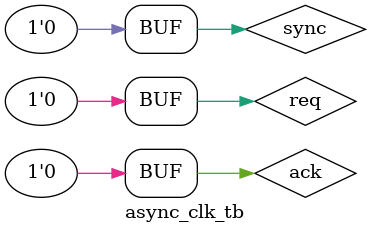
<source format=v>
module async_clk_tb();
reg req, ack, sync;
wire clk;

async_clk async_clk(.req(req), .ack(ack), .clk(clk), .sync(sync));
initial
begin
req = 0;
ack = 0;
sync = 0;

#10 req = 1;
#2 req = 0;
#25 ack = 1;
#3 ack = 0;
#40 req = 1;
#1 req = 0;
#13 ack = 1;
#2 ack = 0;
#37 sync = 1;
#5 sync = 0;
end
endmodule

</source>
